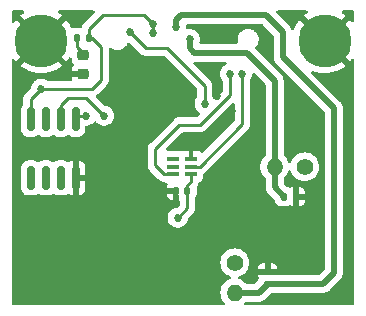
<source format=gbr>
%TF.GenerationSoftware,KiCad,Pcbnew,(6.0.0-0)*%
%TF.CreationDate,2022-03-07T03:13:55-05:00*%
%TF.ProjectId,color,636f6c6f-722e-46b6-9963-61645f706362,rev?*%
%TF.SameCoordinates,Original*%
%TF.FileFunction,Copper,L1,Top*%
%TF.FilePolarity,Positive*%
%FSLAX46Y46*%
G04 Gerber Fmt 4.6, Leading zero omitted, Abs format (unit mm)*
G04 Created by KiCad (PCBNEW (6.0.0-0)) date 2022-03-07 03:13:55*
%MOMM*%
%LPD*%
G01*
G04 APERTURE LIST*
G04 Aperture macros list*
%AMRoundRect*
0 Rectangle with rounded corners*
0 $1 Rounding radius*
0 $2 $3 $4 $5 $6 $7 $8 $9 X,Y pos of 4 corners*
0 Add a 4 corners polygon primitive as box body*
4,1,4,$2,$3,$4,$5,$6,$7,$8,$9,$2,$3,0*
0 Add four circle primitives for the rounded corners*
1,1,$1+$1,$2,$3*
1,1,$1+$1,$4,$5*
1,1,$1+$1,$6,$7*
1,1,$1+$1,$8,$9*
0 Add four rect primitives between the rounded corners*
20,1,$1+$1,$2,$3,$4,$5,0*
20,1,$1+$1,$4,$5,$6,$7,0*
20,1,$1+$1,$6,$7,$8,$9,0*
20,1,$1+$1,$8,$9,$2,$3,0*%
G04 Aperture macros list end*
%TA.AperFunction,ComponentPad*%
%ADD10C,4.500000*%
%TD*%
%TA.AperFunction,SMDPad,CuDef*%
%ADD11RoundRect,0.135000X0.135000X0.185000X-0.135000X0.185000X-0.135000X-0.185000X0.135000X-0.185000X0*%
%TD*%
%TA.AperFunction,ComponentPad*%
%ADD12C,1.400000*%
%TD*%
%TA.AperFunction,ComponentPad*%
%ADD13O,1.400000X1.400000*%
%TD*%
%TA.AperFunction,SMDPad,CuDef*%
%ADD14R,1.000000X0.400000*%
%TD*%
%TA.AperFunction,SMDPad,CuDef*%
%ADD15RoundRect,0.140000X0.140000X0.170000X-0.140000X0.170000X-0.140000X-0.170000X0.140000X-0.170000X0*%
%TD*%
%TA.AperFunction,SMDPad,CuDef*%
%ADD16RoundRect,0.135000X0.185000X-0.135000X0.185000X0.135000X-0.185000X0.135000X-0.185000X-0.135000X0*%
%TD*%
%TA.AperFunction,SMDPad,CuDef*%
%ADD17RoundRect,0.150000X0.150000X-0.825000X0.150000X0.825000X-0.150000X0.825000X-0.150000X-0.825000X0*%
%TD*%
%TA.AperFunction,SMDPad,CuDef*%
%ADD18RoundRect,0.135000X-0.135000X-0.185000X0.135000X-0.185000X0.135000X0.185000X-0.135000X0.185000X0*%
%TD*%
%TA.AperFunction,SMDPad,CuDef*%
%ADD19RoundRect,0.218750X-0.256250X0.218750X-0.256250X-0.218750X0.256250X-0.218750X0.256250X0.218750X0*%
%TD*%
%TA.AperFunction,ViaPad*%
%ADD20C,0.685800*%
%TD*%
%TA.AperFunction,Conductor*%
%ADD21C,0.508000*%
%TD*%
%TA.AperFunction,Conductor*%
%ADD22C,0.254000*%
%TD*%
G04 APERTURE END LIST*
D10*
%TO.P,H1,1,1*%
%TO.N,GND*%
X95000000Y-64000000D03*
%TD*%
%TO.P,H2,1,1*%
%TO.N,GND*%
X119000000Y-64000000D03*
%TD*%
D11*
%TO.P,R5,1*%
%TO.N,/3V3*%
X99062000Y-63754000D03*
%TO.P,R5,2*%
%TO.N,Net-(D1-Pad2)*%
X98042000Y-63754000D03*
%TD*%
D12*
%TO.P,R1,1*%
%TO.N,/5V*%
X111379000Y-82804000D03*
D13*
%TO.P,R1,2*%
%TO.N,/A1*%
X111379000Y-85344000D03*
%TD*%
D14*
%TO.P,U2,1,VDD*%
%TO.N,/3V3*%
X107684000Y-75326000D03*
%TO.P,U2,2,SCL*%
%TO.N,/SCL*%
X107684000Y-74676000D03*
%TO.P,U2,3,GND*%
%TO.N,GND*%
X107684000Y-74026000D03*
%TO.P,U2,4*%
%TO.N,N/C*%
X106184000Y-74026000D03*
%TO.P,U2,5,INT*%
%TO.N,unconnected-(U2-Pad5)*%
X106184000Y-74676000D03*
%TO.P,U2,6,SDA*%
%TO.N,/SDA*%
X106184000Y-75326000D03*
%TD*%
D15*
%TO.P,C1,1*%
%TO.N,/3V3*%
X107386000Y-76708000D03*
%TO.P,C1,2*%
%TO.N,GND*%
X106426000Y-76708000D03*
%TD*%
D16*
%TO.P,R2,1*%
%TO.N,/A1*%
X114173000Y-84584000D03*
%TO.P,R2,2*%
%TO.N,GND*%
X114173000Y-83564000D03*
%TD*%
D17*
%TO.P,U3,1,E0*%
%TO.N,unconnected-(U3-Pad1)*%
X94107000Y-75627000D03*
%TO.P,U3,2,E1*%
%TO.N,unconnected-(U3-Pad2)*%
X95377000Y-75627000D03*
%TO.P,U3,3,E2*%
%TO.N,unconnected-(U3-Pad3)*%
X96647000Y-75627000D03*
%TO.P,U3,4,VSS*%
%TO.N,GND*%
X97917000Y-75627000D03*
%TO.P,U3,5,SDA*%
%TO.N,/SDA_EEPROM*%
X97917000Y-70677000D03*
%TO.P,U3,6,SCL*%
%TO.N,/SCL_EEPROM*%
X96647000Y-70677000D03*
%TO.P,U3,7,~{WC}*%
%TO.N,unconnected-(U3-Pad7)*%
X95377000Y-70677000D03*
%TO.P,U3,8,VCC*%
%TO.N,/3V3*%
X94107000Y-70677000D03*
%TD*%
D18*
%TO.P,R4,1*%
%TO.N,/A0*%
X115566000Y-77216000D03*
%TO.P,R4,2*%
%TO.N,GND*%
X116586000Y-77216000D03*
%TD*%
D19*
%TO.P,D1,1,K*%
%TO.N,GND*%
X98552000Y-66827500D03*
%TO.P,D1,2,A*%
%TO.N,Net-(D1-Pad2)*%
X98552000Y-65252500D03*
%TD*%
D12*
%TO.P,R3,1*%
%TO.N,/5V*%
X117298000Y-74676000D03*
D13*
%TO.P,R3,2*%
%TO.N,/A0*%
X114758000Y-74676000D03*
%TD*%
D20*
%TO.N,GND*%
X96012000Y-73152000D03*
X113538000Y-72009000D03*
X118364000Y-80391000D03*
X115189000Y-80391000D03*
X107950000Y-82804000D03*
X111252000Y-73914000D03*
X104013000Y-66675000D03*
X116459000Y-68961000D03*
X109855000Y-68707000D03*
X104013000Y-67564000D03*
X111125000Y-69977000D03*
X97282000Y-73152000D03*
X94742000Y-73152000D03*
X109220000Y-72263000D03*
X118237000Y-70104000D03*
X118364000Y-77597000D03*
X104013000Y-65786000D03*
%TO.N,/3V3*%
X106553000Y-78994000D03*
X104496500Y-63397500D03*
X104496500Y-62635500D03*
X94996000Y-68072000D03*
%TO.N,/SDA_EEPROM*%
X98806000Y-70358000D03*
%TO.N,/SDA*%
X110998000Y-66802000D03*
%TO.N,/SCL*%
X112014000Y-66802000D03*
%TO.N,/SCL_EEPROM*%
X100330000Y-70358000D03*
%TO.N,/5V*%
X108839000Y-69342000D03*
X102489000Y-63296800D03*
%TO.N,/A0*%
X107569000Y-63881000D03*
%TO.N,/A1*%
X106426000Y-62865000D03*
%TD*%
D21*
%TO.N,/A1*%
X106426000Y-62865000D02*
X106426000Y-62230000D01*
X113413000Y-85344000D02*
X111379000Y-85344000D01*
X106426000Y-62230000D02*
X106807000Y-61849000D01*
X106807000Y-61849000D02*
X114046000Y-61849000D01*
X114046000Y-61849000D02*
X115443000Y-63246000D01*
X115443000Y-63246000D02*
X115443000Y-65405000D01*
X115443000Y-65405000D02*
X119761000Y-69723000D01*
X119761000Y-69723000D02*
X119761000Y-83693000D01*
X119761000Y-83693000D02*
X118872000Y-84582000D01*
X118872000Y-84582000D02*
X114175000Y-84582000D01*
X114175000Y-84582000D02*
X113413000Y-85344000D01*
D22*
%TO.N,Net-(D1-Pad2)*%
X98042000Y-64514000D02*
X98042000Y-63754000D01*
X98552000Y-65024000D02*
X98042000Y-64514000D01*
X98552000Y-65252500D02*
X98552000Y-65024000D01*
%TO.N,/3V3*%
X99314000Y-68072000D02*
X94996000Y-68072000D01*
X107386000Y-76256000D02*
X107696000Y-75946000D01*
X104496500Y-62635500D02*
X103684600Y-61823600D01*
X107386000Y-76708000D02*
X107386000Y-76256000D01*
X94107000Y-68961000D02*
X94107000Y-70677000D01*
X100076000Y-67310000D02*
X99314000Y-68072000D01*
X99062000Y-62990000D02*
X99062000Y-63754000D01*
X100076000Y-64516000D02*
X100076000Y-67310000D01*
X103684600Y-61823600D02*
X100228400Y-61823600D01*
X99314000Y-63754000D02*
X100076000Y-64516000D01*
X104496500Y-63397500D02*
X104496500Y-62635500D01*
X99062000Y-63754000D02*
X99314000Y-63754000D01*
X107696000Y-75946000D02*
X107684000Y-75934000D01*
X107386000Y-78161000D02*
X106553000Y-78994000D01*
X94996000Y-68072000D02*
X94107000Y-68961000D01*
X107386000Y-76708000D02*
X107386000Y-78161000D01*
X100228400Y-61823600D02*
X99062000Y-62990000D01*
X107684000Y-75934000D02*
X107684000Y-75326000D01*
%TO.N,/SDA_EEPROM*%
X98806000Y-70358000D02*
X98236000Y-70358000D01*
X98236000Y-70358000D02*
X97917000Y-70677000D01*
%TO.N,/SDA*%
X104648000Y-73152000D02*
X106680000Y-71120000D01*
X106184000Y-75326000D02*
X105430000Y-75326000D01*
X104648000Y-74544000D02*
X104648000Y-73152000D01*
X106680000Y-71120000D02*
X106934000Y-71120000D01*
X110998000Y-68580000D02*
X110998000Y-66802000D01*
X106934000Y-71120000D02*
X108458000Y-71120000D01*
X105430000Y-75326000D02*
X104648000Y-74544000D01*
X108458000Y-71120000D02*
X110998000Y-68580000D01*
%TO.N,/SCL*%
X107684000Y-74676000D02*
X108438000Y-74676000D01*
X112014000Y-71100000D02*
X112014000Y-66802000D01*
X108438000Y-74676000D02*
X112014000Y-71100000D01*
%TO.N,/SCL_EEPROM*%
X97282000Y-68834000D02*
X96647000Y-69469000D01*
X100330000Y-70358000D02*
X98806000Y-68834000D01*
X96647000Y-69469000D02*
X96647000Y-70677000D01*
X98806000Y-68834000D02*
X97282000Y-68834000D01*
%TO.N,/5V*%
X103835200Y-64643000D02*
X105664000Y-64643000D01*
X108839000Y-67818000D02*
X108839000Y-69342000D01*
X102489000Y-63296800D02*
X103835200Y-64643000D01*
X105664000Y-64643000D02*
X108839000Y-67818000D01*
D21*
%TO.N,/A0*%
X112395000Y-65024000D02*
X114758000Y-67387000D01*
X107569000Y-63881000D02*
X107569000Y-64643000D01*
X107569000Y-64643000D02*
X107950000Y-65024000D01*
X114758000Y-74676000D02*
X114758000Y-76408000D01*
X114758000Y-76408000D02*
X115566000Y-77216000D01*
X107950000Y-65024000D02*
X112395000Y-65024000D01*
X114758000Y-67387000D02*
X114758000Y-74676000D01*
%TD*%
%TA.AperFunction,Conductor*%
%TO.N,GND*%
G36*
X93508556Y-61466002D02*
G01*
X93555049Y-61519658D01*
X93565153Y-61589932D01*
X93535659Y-61654512D01*
X93504858Y-61680285D01*
X93450196Y-61712805D01*
X93443945Y-61717053D01*
X93250733Y-61866115D01*
X93242267Y-61877773D01*
X93248871Y-61889661D01*
X94987188Y-63627978D01*
X95001132Y-63635592D01*
X95002965Y-63635461D01*
X95009580Y-63631210D01*
X96750162Y-61890628D01*
X96757174Y-61877787D01*
X96749379Y-61867098D01*
X96579886Y-61733481D01*
X96573663Y-61729156D01*
X96492326Y-61679605D01*
X96444557Y-61627082D01*
X96432767Y-61557071D01*
X96460699Y-61491800D01*
X96519485Y-61451992D01*
X96557879Y-61446000D01*
X99403077Y-61446000D01*
X99471198Y-61466002D01*
X99517691Y-61519658D01*
X99527795Y-61589932D01*
X99498301Y-61654512D01*
X99492172Y-61661095D01*
X98668517Y-62484750D01*
X98660191Y-62492326D01*
X98653697Y-62496447D01*
X98648274Y-62502222D01*
X98606915Y-62546265D01*
X98604160Y-62549107D01*
X98584361Y-62568906D01*
X98581937Y-62572031D01*
X98581929Y-62572040D01*
X98581863Y-62572126D01*
X98574155Y-62581151D01*
X98543783Y-62613494D01*
X98539965Y-62620438D01*
X98539964Y-62620440D01*
X98533978Y-62631329D01*
X98523127Y-62647847D01*
X98510650Y-62663933D01*
X98493024Y-62704666D01*
X98487807Y-62715314D01*
X98466431Y-62754197D01*
X98464460Y-62761872D01*
X98464458Y-62761878D01*
X98461369Y-62773911D01*
X98454966Y-62792613D01*
X98446883Y-62811292D01*
X98445644Y-62819114D01*
X98445643Y-62819118D01*
X98444104Y-62828838D01*
X98413692Y-62892991D01*
X98353425Y-62930518D01*
X98291191Y-62930161D01*
X98290979Y-62931323D01*
X98284643Y-62930165D01*
X98278466Y-62928371D01*
X98272059Y-62927867D01*
X98272055Y-62927866D01*
X98244444Y-62925693D01*
X98244438Y-62925693D01*
X98241989Y-62925500D01*
X98042122Y-62925500D01*
X97842012Y-62925501D01*
X97805534Y-62928371D01*
X97752806Y-62943690D01*
X97677727Y-62965502D01*
X97606730Y-62965299D01*
X97547114Y-62926745D01*
X97527602Y-62896055D01*
X97450172Y-62723363D01*
X97446655Y-62716636D01*
X97279054Y-62438252D01*
X97274757Y-62431999D01*
X97133617Y-62251022D01*
X97121823Y-62242551D01*
X97110113Y-62249097D01*
X95372022Y-63987188D01*
X95364408Y-64001132D01*
X95364539Y-64002965D01*
X95368790Y-64009580D01*
X97108825Y-65749615D01*
X97121948Y-65756781D01*
X97132250Y-65749391D01*
X97241429Y-65615285D01*
X97245842Y-65609144D01*
X97336608Y-65465287D01*
X97389874Y-65418349D01*
X97460062Y-65407659D01*
X97524886Y-65436613D01*
X97563766Y-65496018D01*
X97567934Y-65519631D01*
X97568500Y-65519572D01*
X97579022Y-65620982D01*
X97632692Y-65781849D01*
X97721929Y-65926055D01*
X97746906Y-65950988D01*
X97747159Y-65951241D01*
X97781238Y-66013523D01*
X97776235Y-66084343D01*
X97747314Y-66129432D01*
X97726702Y-66150080D01*
X97717690Y-66161491D01*
X97636447Y-66293291D01*
X97630303Y-66306468D01*
X97581421Y-66453843D01*
X97578555Y-66467210D01*
X97569386Y-66556700D01*
X97573475Y-66570624D01*
X97574865Y-66571829D01*
X97582548Y-66573500D01*
X98680000Y-66573500D01*
X98748121Y-66593502D01*
X98794614Y-66647158D01*
X98806000Y-66699500D01*
X98806000Y-66955500D01*
X98785998Y-67023621D01*
X98732342Y-67070114D01*
X98680000Y-67081500D01*
X97587115Y-67081500D01*
X97571876Y-67085975D01*
X97570671Y-67087365D01*
X97569158Y-67094321D01*
X97569337Y-67097782D01*
X97578804Y-67189021D01*
X97581697Y-67202417D01*
X97604453Y-67270624D01*
X97607037Y-67341573D01*
X97570854Y-67402657D01*
X97507390Y-67434482D01*
X97484929Y-67436500D01*
X95610738Y-67436500D01*
X95542617Y-67416498D01*
X95536677Y-67412436D01*
X95429387Y-67334485D01*
X95429386Y-67334484D01*
X95424045Y-67330604D01*
X95418017Y-67327920D01*
X95418015Y-67327919D01*
X95266577Y-67260495D01*
X95266576Y-67260495D01*
X95260546Y-67257810D01*
X95160638Y-67236574D01*
X95091943Y-67221972D01*
X95091939Y-67221972D01*
X95085486Y-67220600D01*
X94906514Y-67220600D01*
X94900061Y-67221972D01*
X94900057Y-67221972D01*
X94831362Y-67236574D01*
X94731454Y-67257810D01*
X94725424Y-67260495D01*
X94725423Y-67260495D01*
X94573985Y-67327919D01*
X94573983Y-67327920D01*
X94567955Y-67330604D01*
X94562614Y-67334484D01*
X94562613Y-67334485D01*
X94445200Y-67419791D01*
X94423164Y-67435801D01*
X94418743Y-67440711D01*
X94418742Y-67440712D01*
X94368981Y-67495978D01*
X94303409Y-67568803D01*
X94213923Y-67723797D01*
X94201463Y-67762144D01*
X94161494Y-67885159D01*
X94158618Y-67894009D01*
X94157928Y-67900572D01*
X94157928Y-67900573D01*
X94149582Y-67979976D01*
X94122568Y-68045633D01*
X94113367Y-68055900D01*
X93713517Y-68455750D01*
X93705191Y-68463326D01*
X93698697Y-68467447D01*
X93693274Y-68473222D01*
X93651915Y-68517265D01*
X93649160Y-68520107D01*
X93629361Y-68539906D01*
X93626937Y-68543031D01*
X93626929Y-68543040D01*
X93626863Y-68543126D01*
X93619155Y-68552151D01*
X93588783Y-68584494D01*
X93584965Y-68591438D01*
X93584964Y-68591440D01*
X93578978Y-68602329D01*
X93568127Y-68618847D01*
X93555650Y-68634933D01*
X93538024Y-68675666D01*
X93532807Y-68686314D01*
X93511431Y-68725197D01*
X93509460Y-68732872D01*
X93509458Y-68732878D01*
X93506369Y-68744911D01*
X93499966Y-68763613D01*
X93491883Y-68782292D01*
X93490644Y-68790117D01*
X93484940Y-68826127D01*
X93482535Y-68837740D01*
X93471500Y-68880718D01*
X93471500Y-68901065D01*
X93469949Y-68920776D01*
X93466765Y-68940879D01*
X93467511Y-68948771D01*
X93470941Y-68985056D01*
X93471500Y-68996914D01*
X93471500Y-69354050D01*
X93451498Y-69422171D01*
X93442702Y-69433085D01*
X93443011Y-69433325D01*
X93438155Y-69439585D01*
X93432547Y-69445193D01*
X93428511Y-69452017D01*
X93428509Y-69452020D01*
X93392193Y-69513427D01*
X93347855Y-69588399D01*
X93301438Y-69748169D01*
X93300934Y-69754574D01*
X93300933Y-69754579D01*
X93298693Y-69783042D01*
X93298500Y-69785498D01*
X93298500Y-71568502D01*
X93298693Y-71570950D01*
X93298693Y-71570958D01*
X93300899Y-71598977D01*
X93301438Y-71605831D01*
X93322016Y-71676660D01*
X93345490Y-71757459D01*
X93347855Y-71765601D01*
X93351892Y-71772427D01*
X93428509Y-71901980D01*
X93428511Y-71901983D01*
X93432547Y-71908807D01*
X93550193Y-72026453D01*
X93557017Y-72030489D01*
X93557020Y-72030491D01*
X93664589Y-72094107D01*
X93693399Y-72111145D01*
X93701010Y-72113356D01*
X93701012Y-72113357D01*
X93753231Y-72128528D01*
X93853169Y-72157562D01*
X93859574Y-72158066D01*
X93859579Y-72158067D01*
X93888042Y-72160307D01*
X93888050Y-72160307D01*
X93890498Y-72160500D01*
X94323502Y-72160500D01*
X94325950Y-72160307D01*
X94325958Y-72160307D01*
X94354421Y-72158067D01*
X94354426Y-72158066D01*
X94360831Y-72157562D01*
X94460769Y-72128528D01*
X94512988Y-72113357D01*
X94512990Y-72113356D01*
X94520601Y-72111145D01*
X94663807Y-72026453D01*
X94666489Y-72023771D01*
X94730861Y-71998498D01*
X94800484Y-72012400D01*
X94816312Y-72022572D01*
X94820193Y-72026453D01*
X94963399Y-72111145D01*
X94971010Y-72113356D01*
X94971012Y-72113357D01*
X95023231Y-72128528D01*
X95123169Y-72157562D01*
X95129574Y-72158066D01*
X95129579Y-72158067D01*
X95158042Y-72160307D01*
X95158050Y-72160307D01*
X95160498Y-72160500D01*
X95593502Y-72160500D01*
X95595950Y-72160307D01*
X95595958Y-72160307D01*
X95624421Y-72158067D01*
X95624426Y-72158066D01*
X95630831Y-72157562D01*
X95730769Y-72128528D01*
X95782988Y-72113357D01*
X95782990Y-72113356D01*
X95790601Y-72111145D01*
X95933807Y-72026453D01*
X95936489Y-72023771D01*
X96000861Y-71998498D01*
X96070484Y-72012400D01*
X96086312Y-72022572D01*
X96090193Y-72026453D01*
X96233399Y-72111145D01*
X96241010Y-72113356D01*
X96241012Y-72113357D01*
X96293231Y-72128528D01*
X96393169Y-72157562D01*
X96399574Y-72158066D01*
X96399579Y-72158067D01*
X96428042Y-72160307D01*
X96428050Y-72160307D01*
X96430498Y-72160500D01*
X96863502Y-72160500D01*
X96865950Y-72160307D01*
X96865958Y-72160307D01*
X96894421Y-72158067D01*
X96894426Y-72158066D01*
X96900831Y-72157562D01*
X97000769Y-72128528D01*
X97052988Y-72113357D01*
X97052990Y-72113356D01*
X97060601Y-72111145D01*
X97203807Y-72026453D01*
X97206489Y-72023771D01*
X97270861Y-71998498D01*
X97340484Y-72012400D01*
X97356312Y-72022572D01*
X97360193Y-72026453D01*
X97503399Y-72111145D01*
X97511010Y-72113356D01*
X97511012Y-72113357D01*
X97563231Y-72128528D01*
X97663169Y-72157562D01*
X97669574Y-72158066D01*
X97669579Y-72158067D01*
X97698042Y-72160307D01*
X97698050Y-72160307D01*
X97700498Y-72160500D01*
X98133502Y-72160500D01*
X98135950Y-72160307D01*
X98135958Y-72160307D01*
X98164421Y-72158067D01*
X98164426Y-72158066D01*
X98170831Y-72157562D01*
X98270769Y-72128528D01*
X98322988Y-72113357D01*
X98322990Y-72113356D01*
X98330601Y-72111145D01*
X98359411Y-72094107D01*
X98466980Y-72030491D01*
X98466983Y-72030489D01*
X98473807Y-72026453D01*
X98591453Y-71908807D01*
X98595489Y-71901983D01*
X98595491Y-71901980D01*
X98672108Y-71772427D01*
X98676145Y-71765601D01*
X98678511Y-71757459D01*
X98701984Y-71676660D01*
X98722562Y-71605831D01*
X98723102Y-71598977D01*
X98725307Y-71570958D01*
X98725307Y-71570950D01*
X98725500Y-71568502D01*
X98725500Y-71335400D01*
X98745502Y-71267279D01*
X98799158Y-71220786D01*
X98851500Y-71209400D01*
X98895486Y-71209400D01*
X98901939Y-71208028D01*
X98901943Y-71208028D01*
X98996372Y-71187956D01*
X99070546Y-71172190D01*
X99076577Y-71169505D01*
X99228015Y-71102081D01*
X99228017Y-71102080D01*
X99234045Y-71099396D01*
X99266324Y-71075944D01*
X99373492Y-70998082D01*
X99373494Y-70998080D01*
X99378836Y-70994199D01*
X99474364Y-70888104D01*
X99534810Y-70850864D01*
X99605793Y-70852216D01*
X99661636Y-70888104D01*
X99757164Y-70994199D01*
X99762506Y-70998080D01*
X99762508Y-70998082D01*
X99869676Y-71075944D01*
X99901955Y-71099396D01*
X99907983Y-71102080D01*
X99907985Y-71102081D01*
X100059423Y-71169505D01*
X100065454Y-71172190D01*
X100139628Y-71187956D01*
X100234057Y-71208028D01*
X100234061Y-71208028D01*
X100240514Y-71209400D01*
X100419486Y-71209400D01*
X100425939Y-71208028D01*
X100425943Y-71208028D01*
X100520372Y-71187956D01*
X100594546Y-71172190D01*
X100600577Y-71169505D01*
X100752015Y-71102081D01*
X100752017Y-71102080D01*
X100758045Y-71099396D01*
X100790324Y-71075944D01*
X100897492Y-70998082D01*
X100897494Y-70998080D01*
X100902836Y-70994199D01*
X101022591Y-70861197D01*
X101112077Y-70706203D01*
X101160010Y-70558681D01*
X101165342Y-70542270D01*
X101165342Y-70542269D01*
X101167382Y-70535991D01*
X101171609Y-70495780D01*
X101185400Y-70364565D01*
X101186090Y-70358000D01*
X101185400Y-70351435D01*
X101168072Y-70186573D01*
X101168072Y-70186572D01*
X101167382Y-70180009D01*
X101151367Y-70130718D01*
X101114119Y-70016082D01*
X101112077Y-70009797D01*
X101090999Y-69973288D01*
X101025892Y-69860521D01*
X101022591Y-69854803D01*
X100957978Y-69783042D01*
X100907258Y-69726712D01*
X100907257Y-69726711D01*
X100902836Y-69721801D01*
X100867223Y-69695926D01*
X100763387Y-69620485D01*
X100763386Y-69620484D01*
X100758045Y-69616604D01*
X100752017Y-69613920D01*
X100752015Y-69613919D01*
X100600577Y-69546495D01*
X100600576Y-69546495D01*
X100594546Y-69543810D01*
X100419486Y-69506600D01*
X100416347Y-69506600D01*
X100351878Y-69480079D01*
X100341607Y-69470874D01*
X99659507Y-68788774D01*
X99625481Y-68726462D01*
X99630546Y-68655647D01*
X99673093Y-68598811D01*
X99684460Y-68591227D01*
X99699771Y-68582172D01*
X99699774Y-68582170D01*
X99706598Y-68578134D01*
X99720982Y-68563750D01*
X99736016Y-68550909D01*
X99746073Y-68543602D01*
X99752487Y-68538942D01*
X99780773Y-68504750D01*
X99788763Y-68495969D01*
X100469488Y-67815245D01*
X100477807Y-67807675D01*
X100484303Y-67803553D01*
X100531086Y-67753734D01*
X100533840Y-67750893D01*
X100553639Y-67731094D01*
X100556063Y-67727969D01*
X100556071Y-67727960D01*
X100556137Y-67727874D01*
X100563845Y-67718849D01*
X100588790Y-67692285D01*
X100594217Y-67686506D01*
X100604023Y-67668669D01*
X100614873Y-67652153D01*
X100627350Y-67636067D01*
X100644976Y-67595334D01*
X100650193Y-67584686D01*
X100667749Y-67552751D01*
X100671569Y-67545803D01*
X100673540Y-67538128D01*
X100673542Y-67538122D01*
X100676631Y-67526089D01*
X100683034Y-67507387D01*
X100691117Y-67488708D01*
X100698060Y-67444873D01*
X100700467Y-67433251D01*
X100700729Y-67432232D01*
X100711500Y-67390282D01*
X100711500Y-67369935D01*
X100713051Y-67350224D01*
X100714995Y-67337950D01*
X100716235Y-67330121D01*
X100712059Y-67285944D01*
X100711500Y-67274086D01*
X100711500Y-64690687D01*
X100731502Y-64622566D01*
X100785158Y-64576073D01*
X100855432Y-64565969D01*
X100921810Y-64597051D01*
X100945463Y-64618348D01*
X100945467Y-64618351D01*
X100950376Y-64622771D01*
X100956097Y-64626074D01*
X101089062Y-64702841D01*
X101112124Y-64716156D01*
X101118410Y-64718198D01*
X101118409Y-64718198D01*
X101283474Y-64771831D01*
X101283475Y-64771831D01*
X101289753Y-64773871D01*
X101296316Y-64774561D01*
X101296317Y-64774561D01*
X101319097Y-64776955D01*
X101428937Y-64788500D01*
X101522063Y-64788500D01*
X101631903Y-64776955D01*
X101654683Y-64774561D01*
X101654684Y-64774561D01*
X101661247Y-64773871D01*
X101667525Y-64771831D01*
X101667526Y-64771831D01*
X101832591Y-64718198D01*
X101832590Y-64718198D01*
X101838876Y-64716156D01*
X101861939Y-64702841D01*
X101994903Y-64626074D01*
X102000624Y-64622771D01*
X102007913Y-64616208D01*
X102134518Y-64502212D01*
X102134519Y-64502210D01*
X102139421Y-64497797D01*
X102171446Y-64453719D01*
X102245321Y-64352039D01*
X102245322Y-64352038D01*
X102249202Y-64346697D01*
X102287087Y-64261607D01*
X102295078Y-64243658D01*
X102341058Y-64189562D01*
X102408986Y-64168913D01*
X102477294Y-64188265D01*
X102499280Y-64205812D01*
X103329945Y-65036477D01*
X103337522Y-65044803D01*
X103341647Y-65051303D01*
X103347425Y-65056729D01*
X103347426Y-65056730D01*
X103391481Y-65098100D01*
X103394323Y-65100855D01*
X103414106Y-65120638D01*
X103417314Y-65123126D01*
X103426343Y-65130837D01*
X103458694Y-65161217D01*
X103465643Y-65165037D01*
X103476529Y-65171022D01*
X103493053Y-65181876D01*
X103509133Y-65194349D01*
X103516410Y-65197498D01*
X103549850Y-65211969D01*
X103560511Y-65217192D01*
X103592447Y-65234749D01*
X103592452Y-65234751D01*
X103599397Y-65238569D01*
X103607071Y-65240539D01*
X103607078Y-65240542D01*
X103619113Y-65243632D01*
X103637818Y-65250036D01*
X103649213Y-65254967D01*
X103656492Y-65258117D01*
X103683542Y-65262401D01*
X103700327Y-65265060D01*
X103711940Y-65267465D01*
X103754918Y-65278500D01*
X103775265Y-65278500D01*
X103794977Y-65280051D01*
X103815079Y-65283235D01*
X103822971Y-65282489D01*
X103859256Y-65279059D01*
X103871114Y-65278500D01*
X105348578Y-65278500D01*
X105416699Y-65298502D01*
X105437673Y-65315405D01*
X108166595Y-68044328D01*
X108200621Y-68106640D01*
X108203500Y-68133423D01*
X108203500Y-68727031D01*
X108183498Y-68795152D01*
X108171142Y-68811335D01*
X108146409Y-68838803D01*
X108143108Y-68844521D01*
X108061970Y-68985056D01*
X108056923Y-68993797D01*
X108045775Y-69028107D01*
X108024855Y-69092494D01*
X108001618Y-69164009D01*
X108000928Y-69170572D01*
X108000928Y-69170573D01*
X107993563Y-69240643D01*
X107982910Y-69342000D01*
X107983600Y-69348565D01*
X108000211Y-69506600D01*
X108001618Y-69519991D01*
X108056923Y-69690203D01*
X108060226Y-69695925D01*
X108060227Y-69695926D01*
X108086823Y-69741992D01*
X108146409Y-69845197D01*
X108266164Y-69978199D01*
X108398707Y-70074497D01*
X108442060Y-70130718D01*
X108448135Y-70201454D01*
X108413740Y-70265527D01*
X108231672Y-70447595D01*
X108169360Y-70481621D01*
X108142577Y-70484500D01*
X106759032Y-70484500D01*
X106747793Y-70483970D01*
X106740281Y-70482291D01*
X106732356Y-70482540D01*
X106732355Y-70482540D01*
X106671970Y-70484438D01*
X106668012Y-70484500D01*
X106640017Y-70484500D01*
X106636083Y-70484997D01*
X106636081Y-70484997D01*
X106635994Y-70485008D01*
X106624160Y-70485940D01*
X106579795Y-70487335D01*
X106572182Y-70489547D01*
X106572181Y-70489547D01*
X106560252Y-70493013D01*
X106540888Y-70497023D01*
X106528560Y-70498580D01*
X106528558Y-70498580D01*
X106520701Y-70499573D01*
X106513337Y-70502489D01*
X106513332Y-70502490D01*
X106479444Y-70515907D01*
X106468215Y-70519752D01*
X106451535Y-70524598D01*
X106425607Y-70532131D01*
X106418780Y-70536169D01*
X106418777Y-70536170D01*
X106408094Y-70542488D01*
X106390336Y-70551188D01*
X106378785Y-70555761D01*
X106378779Y-70555765D01*
X106371412Y-70558681D01*
X106365001Y-70563339D01*
X106364999Y-70563340D01*
X106335512Y-70584764D01*
X106325590Y-70591281D01*
X106294232Y-70609826D01*
X106294228Y-70609829D01*
X106287402Y-70613866D01*
X106273018Y-70628250D01*
X106257984Y-70641091D01*
X106241513Y-70653058D01*
X106236460Y-70659166D01*
X106213223Y-70687255D01*
X106205233Y-70696035D01*
X104254517Y-72646750D01*
X104246191Y-72654326D01*
X104239697Y-72658447D01*
X104234274Y-72664222D01*
X104192915Y-72708265D01*
X104190160Y-72711107D01*
X104170361Y-72730906D01*
X104167937Y-72734031D01*
X104167929Y-72734040D01*
X104167863Y-72734126D01*
X104160155Y-72743151D01*
X104129783Y-72775494D01*
X104125965Y-72782438D01*
X104125964Y-72782440D01*
X104119978Y-72793329D01*
X104109127Y-72809847D01*
X104096650Y-72825933D01*
X104079024Y-72866666D01*
X104073807Y-72877314D01*
X104052431Y-72916197D01*
X104050460Y-72923872D01*
X104050458Y-72923878D01*
X104047369Y-72935911D01*
X104040966Y-72954613D01*
X104032883Y-72973292D01*
X104031644Y-72981117D01*
X104025940Y-73017127D01*
X104023535Y-73028740D01*
X104012500Y-73071718D01*
X104012500Y-73092065D01*
X104010949Y-73111776D01*
X104007765Y-73131879D01*
X104008511Y-73139771D01*
X104011941Y-73176056D01*
X104012500Y-73187914D01*
X104012500Y-74464980D01*
X104011970Y-74476214D01*
X104010292Y-74483719D01*
X104010541Y-74491638D01*
X104012438Y-74552012D01*
X104012500Y-74555969D01*
X104012500Y-74583983D01*
X104012996Y-74587908D01*
X104012996Y-74587909D01*
X104013008Y-74588004D01*
X104013941Y-74599849D01*
X104015335Y-74644205D01*
X104017547Y-74651817D01*
X104021013Y-74663748D01*
X104025023Y-74683112D01*
X104027573Y-74703299D01*
X104030489Y-74710663D01*
X104030490Y-74710668D01*
X104043907Y-74744556D01*
X104047752Y-74755785D01*
X104060131Y-74798393D01*
X104064169Y-74805220D01*
X104064170Y-74805223D01*
X104070488Y-74815906D01*
X104079188Y-74833664D01*
X104083761Y-74845215D01*
X104083765Y-74845221D01*
X104086681Y-74852588D01*
X104091339Y-74858999D01*
X104091340Y-74859001D01*
X104112764Y-74888488D01*
X104119281Y-74898410D01*
X104137826Y-74929768D01*
X104137829Y-74929772D01*
X104141866Y-74936598D01*
X104156250Y-74950982D01*
X104169091Y-74966016D01*
X104181058Y-74982487D01*
X104201228Y-74999173D01*
X104215250Y-75010773D01*
X104224031Y-75018763D01*
X104924755Y-75719488D01*
X104932325Y-75727807D01*
X104936447Y-75734303D01*
X104984994Y-75779891D01*
X104986265Y-75781085D01*
X104989107Y-75783840D01*
X105008906Y-75803639D01*
X105012031Y-75806063D01*
X105012040Y-75806071D01*
X105012126Y-75806137D01*
X105021151Y-75813845D01*
X105053494Y-75844217D01*
X105060438Y-75848035D01*
X105060440Y-75848036D01*
X105071329Y-75854022D01*
X105087847Y-75864873D01*
X105103933Y-75877350D01*
X105144666Y-75894976D01*
X105155314Y-75900193D01*
X105194197Y-75921569D01*
X105201872Y-75923540D01*
X105201878Y-75923542D01*
X105213911Y-75926631D01*
X105232613Y-75933034D01*
X105251292Y-75941117D01*
X105285128Y-75946476D01*
X105295127Y-75948060D01*
X105306740Y-75950465D01*
X105349718Y-75961500D01*
X105370065Y-75961500D01*
X105389776Y-75963051D01*
X105403900Y-75965288D01*
X105437270Y-75976682D01*
X105437295Y-75976615D01*
X105573684Y-76027745D01*
X105581536Y-76028598D01*
X105581540Y-76028599D01*
X105616774Y-76032426D01*
X105624784Y-76033296D01*
X105690346Y-76060538D01*
X105730773Y-76118900D01*
X105733229Y-76189854D01*
X105719631Y-76222698D01*
X105690604Y-76271780D01*
X105684357Y-76286216D01*
X105642688Y-76429641D01*
X105641232Y-76437609D01*
X105644052Y-76451031D01*
X105655513Y-76454000D01*
X106471500Y-76454000D01*
X106539621Y-76474002D01*
X106586114Y-76527658D01*
X106597500Y-76580000D01*
X106597500Y-76943484D01*
X106597693Y-76945932D01*
X106597693Y-76945940D01*
X106599468Y-76968484D01*
X106600394Y-76980254D01*
X106629084Y-77079005D01*
X106638178Y-77110307D01*
X106646106Y-77137597D01*
X106650141Y-77144419D01*
X106650141Y-77144420D01*
X106662454Y-77165240D01*
X106680000Y-77229379D01*
X106680000Y-77501558D01*
X106684475Y-77516797D01*
X106707013Y-77536327D01*
X106745396Y-77596053D01*
X106750500Y-77631551D01*
X106750500Y-77845577D01*
X106730498Y-77913698D01*
X106713595Y-77934673D01*
X106541392Y-78106875D01*
X106479080Y-78140900D01*
X106468506Y-78142600D01*
X106463514Y-78142600D01*
X106457060Y-78143972D01*
X106457058Y-78143972D01*
X106399536Y-78156199D01*
X106288454Y-78179810D01*
X106282424Y-78182495D01*
X106282423Y-78182495D01*
X106130985Y-78249919D01*
X106130983Y-78249920D01*
X106124955Y-78252604D01*
X106119614Y-78256484D01*
X106119613Y-78256485D01*
X105995061Y-78346978D01*
X105980164Y-78357801D01*
X105975743Y-78362711D01*
X105975742Y-78362712D01*
X105938791Y-78403751D01*
X105860409Y-78490803D01*
X105770923Y-78645797D01*
X105715618Y-78816009D01*
X105696910Y-78994000D01*
X105715618Y-79171991D01*
X105770923Y-79342203D01*
X105860409Y-79497197D01*
X105980164Y-79630199D01*
X106124955Y-79735396D01*
X106130983Y-79738080D01*
X106130985Y-79738081D01*
X106282423Y-79805505D01*
X106288454Y-79808190D01*
X106375984Y-79826795D01*
X106457057Y-79844028D01*
X106457061Y-79844028D01*
X106463514Y-79845400D01*
X106642486Y-79845400D01*
X106648939Y-79844028D01*
X106648943Y-79844028D01*
X106730016Y-79826795D01*
X106817546Y-79808190D01*
X106823577Y-79805505D01*
X106975015Y-79738081D01*
X106975017Y-79738080D01*
X106981045Y-79735396D01*
X107125836Y-79630199D01*
X107245591Y-79497197D01*
X107335077Y-79342203D01*
X107390382Y-79171991D01*
X107399418Y-79086024D01*
X107426432Y-79020367D01*
X107435633Y-79010100D01*
X107779483Y-78666250D01*
X107787809Y-78658674D01*
X107794303Y-78654553D01*
X107841086Y-78604734D01*
X107843840Y-78601893D01*
X107863639Y-78582094D01*
X107866063Y-78578969D01*
X107866071Y-78578960D01*
X107866137Y-78578874D01*
X107873845Y-78569849D01*
X107898790Y-78543285D01*
X107904217Y-78537506D01*
X107914023Y-78519669D01*
X107924873Y-78503153D01*
X107937350Y-78487067D01*
X107954976Y-78446334D01*
X107960193Y-78435686D01*
X107977749Y-78403751D01*
X107981569Y-78396803D01*
X107983540Y-78389128D01*
X107983542Y-78389122D01*
X107986631Y-78377089D01*
X107993034Y-78358387D01*
X108001117Y-78339708D01*
X108008060Y-78295873D01*
X108010467Y-78284251D01*
X108021500Y-78241282D01*
X108021500Y-78220935D01*
X108023051Y-78201224D01*
X108024995Y-78188950D01*
X108026235Y-78181121D01*
X108022059Y-78136944D01*
X108021500Y-78125086D01*
X108021500Y-77347205D01*
X108041281Y-77279836D01*
X108042488Y-77278629D01*
X108125894Y-77137597D01*
X108133823Y-77110307D01*
X108142916Y-77079005D01*
X108171606Y-76980254D01*
X108172533Y-76968484D01*
X108174307Y-76945940D01*
X108174307Y-76945932D01*
X108174500Y-76943484D01*
X108174500Y-76472516D01*
X108171606Y-76435746D01*
X108172158Y-76435703D01*
X108179143Y-76369359D01*
X108201144Y-76333996D01*
X108220544Y-76311991D01*
X108225787Y-76306044D01*
X108229557Y-76298645D01*
X108242263Y-76278623D01*
X108242489Y-76278332D01*
X108247349Y-76272067D01*
X108268714Y-76222698D01*
X108269731Y-76220347D01*
X108273101Y-76213186D01*
X108295084Y-76170042D01*
X108295085Y-76170041D01*
X108298682Y-76162980D01*
X108300410Y-76155247D01*
X108300413Y-76155240D01*
X108300495Y-76154872D01*
X108307819Y-76132329D01*
X108307968Y-76131985D01*
X108307968Y-76131984D01*
X108311117Y-76124708D01*
X108317021Y-76087431D01*
X108347433Y-76023279D01*
X108397239Y-75989161D01*
X108430705Y-75976615D01*
X108547261Y-75889261D01*
X108634615Y-75772705D01*
X108685745Y-75636316D01*
X108692500Y-75574134D01*
X108692500Y-75340436D01*
X108712502Y-75272315D01*
X108747962Y-75239211D01*
X108746588Y-75237319D01*
X108782488Y-75211236D01*
X108792410Y-75204719D01*
X108823768Y-75186174D01*
X108823772Y-75186171D01*
X108830598Y-75182134D01*
X108844982Y-75167750D01*
X108860016Y-75154909D01*
X108870073Y-75147602D01*
X108876487Y-75142942D01*
X108904778Y-75108744D01*
X108912767Y-75099965D01*
X112407483Y-71605250D01*
X112415809Y-71597674D01*
X112422303Y-71593553D01*
X112469086Y-71543734D01*
X112471840Y-71540893D01*
X112491639Y-71521094D01*
X112494063Y-71517969D01*
X112494071Y-71517960D01*
X112494137Y-71517874D01*
X112501845Y-71508849D01*
X112526790Y-71482285D01*
X112532217Y-71476506D01*
X112542023Y-71458669D01*
X112552873Y-71442153D01*
X112565350Y-71426067D01*
X112582976Y-71385334D01*
X112588193Y-71374686D01*
X112605749Y-71342751D01*
X112609569Y-71335803D01*
X112611540Y-71328128D01*
X112611542Y-71328122D01*
X112614631Y-71316089D01*
X112621034Y-71297387D01*
X112629117Y-71278708D01*
X112636060Y-71234873D01*
X112638467Y-71223251D01*
X112639100Y-71220786D01*
X112649500Y-71180282D01*
X112649500Y-71159935D01*
X112651051Y-71140224D01*
X112652995Y-71127950D01*
X112654235Y-71120121D01*
X112650059Y-71075944D01*
X112649500Y-71064086D01*
X112649500Y-67416969D01*
X112669502Y-67348848D01*
X112681858Y-67332665D01*
X112706591Y-67305197D01*
X112796077Y-67150203D01*
X112851382Y-66979991D01*
X112863836Y-66861503D01*
X112890850Y-66795846D01*
X112949071Y-66755217D01*
X113020016Y-66752514D01*
X113078241Y-66785579D01*
X113958595Y-67665933D01*
X113992621Y-67728245D01*
X113995500Y-67755028D01*
X113995500Y-73677233D01*
X113975498Y-73745354D01*
X113958595Y-73766328D01*
X113828699Y-73896224D01*
X113707411Y-74069442D01*
X113705090Y-74074420D01*
X113705088Y-74074423D01*
X113620367Y-74256108D01*
X113618044Y-74261090D01*
X113616622Y-74266398D01*
X113616621Y-74266400D01*
X113582111Y-74395193D01*
X113563314Y-74465345D01*
X113544884Y-74676000D01*
X113563314Y-74886655D01*
X113564738Y-74891968D01*
X113564738Y-74891970D01*
X113578200Y-74942209D01*
X113618044Y-75090910D01*
X113620366Y-75095891D01*
X113620367Y-75095892D01*
X113702635Y-75272315D01*
X113707411Y-75282558D01*
X113828699Y-75455776D01*
X113958595Y-75585672D01*
X113992621Y-75647984D01*
X113995500Y-75674767D01*
X113995500Y-76340624D01*
X113994067Y-76359574D01*
X113991876Y-76373973D01*
X113991876Y-76373979D01*
X113990776Y-76381208D01*
X113991369Y-76388500D01*
X113991369Y-76388503D01*
X113995085Y-76434183D01*
X113995500Y-76444398D01*
X113995500Y-76452525D01*
X113998811Y-76480924D01*
X113999238Y-76485244D01*
X114005191Y-76558426D01*
X114007447Y-76565388D01*
X114008643Y-76571376D01*
X114010051Y-76577333D01*
X114010899Y-76584607D01*
X114013397Y-76591489D01*
X114013398Y-76591493D01*
X114035945Y-76653607D01*
X114037355Y-76657711D01*
X114059987Y-76727575D01*
X114063787Y-76733838D01*
X114066325Y-76739380D01*
X114069067Y-76744856D01*
X114071566Y-76751741D01*
X114075581Y-76757865D01*
X114111815Y-76813132D01*
X114114130Y-76816800D01*
X114152227Y-76879581D01*
X114155941Y-76883786D01*
X114155943Y-76883789D01*
X114159667Y-76888005D01*
X114159638Y-76888031D01*
X114162238Y-76890962D01*
X114165042Y-76894316D01*
X114169054Y-76900435D01*
X114199772Y-76929534D01*
X114225586Y-76953988D01*
X114228028Y-76956366D01*
X114774145Y-77502483D01*
X114806047Y-77556424D01*
X114835731Y-77658596D01*
X114918494Y-77798541D01*
X115033459Y-77913506D01*
X115040280Y-77917540D01*
X115165797Y-77991770D01*
X115173404Y-77996269D01*
X115181015Y-77998480D01*
X115181017Y-77998481D01*
X115247858Y-78017900D01*
X115329534Y-78041629D01*
X115335941Y-78042133D01*
X115335945Y-78042134D01*
X115363556Y-78044307D01*
X115363562Y-78044307D01*
X115366011Y-78044500D01*
X115565878Y-78044500D01*
X115765988Y-78044499D01*
X115802466Y-78041629D01*
X115899270Y-78013505D01*
X115950983Y-77998481D01*
X115950985Y-77998480D01*
X115958596Y-77996269D01*
X116012353Y-77964477D01*
X116081166Y-77947018D01*
X116140630Y-77964478D01*
X116186780Y-77991771D01*
X116201217Y-77998019D01*
X116314605Y-78030961D01*
X116328705Y-78030921D01*
X116332000Y-78023651D01*
X116332000Y-78017900D01*
X116840000Y-78017900D01*
X116843973Y-78031431D01*
X116851871Y-78032566D01*
X116970783Y-77998019D01*
X116985222Y-77991770D01*
X117111405Y-77917146D01*
X117123841Y-77907499D01*
X117227499Y-77803841D01*
X117237146Y-77791405D01*
X117311770Y-77665222D01*
X117318019Y-77650783D01*
X117359338Y-77508564D01*
X117361637Y-77495977D01*
X117362260Y-77488057D01*
X117359090Y-77472970D01*
X117347626Y-77470000D01*
X116858115Y-77470000D01*
X116842876Y-77474475D01*
X116841671Y-77475865D01*
X116840000Y-77483548D01*
X116840000Y-78017900D01*
X116332000Y-78017900D01*
X116332000Y-77553542D01*
X116337003Y-77518390D01*
X116339834Y-77508647D01*
X116339835Y-77508640D01*
X116341629Y-77502466D01*
X116343426Y-77479643D01*
X116344307Y-77468444D01*
X116344307Y-77468438D01*
X116344500Y-77465989D01*
X116344499Y-76966012D01*
X116342758Y-76943885D01*
X116840000Y-76943885D01*
X116844475Y-76959124D01*
X116845865Y-76960329D01*
X116853548Y-76962000D01*
X117345566Y-76962000D01*
X117360361Y-76957656D01*
X117362421Y-76945997D01*
X117361637Y-76936023D01*
X117359338Y-76923436D01*
X117318019Y-76781217D01*
X117311770Y-76766778D01*
X117237146Y-76640595D01*
X117227499Y-76628159D01*
X117123841Y-76524501D01*
X117111405Y-76514854D01*
X116985222Y-76440230D01*
X116970783Y-76433981D01*
X116857395Y-76401039D01*
X116843295Y-76401079D01*
X116840000Y-76408349D01*
X116840000Y-76943885D01*
X116342758Y-76943885D01*
X116341629Y-76929534D01*
X116337003Y-76913610D01*
X116332000Y-76878458D01*
X116332000Y-76414100D01*
X116328027Y-76400569D01*
X116320129Y-76399434D01*
X116201217Y-76433981D01*
X116186780Y-76440229D01*
X116140630Y-76467522D01*
X116071813Y-76484982D01*
X116012354Y-76467523D01*
X115958596Y-76435731D01*
X115856424Y-76406047D01*
X115802483Y-76374145D01*
X115557405Y-76129067D01*
X115523379Y-76066755D01*
X115520500Y-76039972D01*
X115520500Y-75674767D01*
X115540502Y-75606646D01*
X115557405Y-75585672D01*
X115687301Y-75455776D01*
X115808589Y-75282558D01*
X115813366Y-75272315D01*
X115895633Y-75095892D01*
X115895634Y-75095891D01*
X115897956Y-75090910D01*
X115906293Y-75059796D01*
X115943245Y-74999173D01*
X116007106Y-74968152D01*
X116077600Y-74976580D01*
X116132347Y-75021783D01*
X116149707Y-75059796D01*
X116158044Y-75090910D01*
X116160366Y-75095891D01*
X116160367Y-75095892D01*
X116242635Y-75272315D01*
X116247411Y-75282558D01*
X116368699Y-75455776D01*
X116518224Y-75605301D01*
X116691442Y-75726589D01*
X116696420Y-75728910D01*
X116696423Y-75728912D01*
X116862033Y-75806137D01*
X116883090Y-75815956D01*
X116888398Y-75817378D01*
X116888400Y-75817379D01*
X117082030Y-75869262D01*
X117082032Y-75869262D01*
X117087345Y-75870686D01*
X117298000Y-75889116D01*
X117508655Y-75870686D01*
X117513968Y-75869262D01*
X117513970Y-75869262D01*
X117707600Y-75817379D01*
X117707602Y-75817378D01*
X117712910Y-75815956D01*
X117733967Y-75806137D01*
X117899577Y-75728912D01*
X117899580Y-75728910D01*
X117904558Y-75726589D01*
X118077776Y-75605301D01*
X118227301Y-75455776D01*
X118348589Y-75282558D01*
X118353366Y-75272315D01*
X118435633Y-75095892D01*
X118435634Y-75095891D01*
X118437956Y-75090910D01*
X118477801Y-74942209D01*
X118491262Y-74891970D01*
X118491262Y-74891968D01*
X118492686Y-74886655D01*
X118511116Y-74676000D01*
X118492686Y-74465345D01*
X118473889Y-74395193D01*
X118439379Y-74266400D01*
X118439378Y-74266398D01*
X118437956Y-74261090D01*
X118435633Y-74256108D01*
X118350912Y-74074423D01*
X118350910Y-74074420D01*
X118348589Y-74069442D01*
X118227301Y-73896224D01*
X118077776Y-73746699D01*
X117904558Y-73625411D01*
X117899580Y-73623090D01*
X117899577Y-73623088D01*
X117717892Y-73538367D01*
X117717891Y-73538366D01*
X117712910Y-73536044D01*
X117707602Y-73534622D01*
X117707600Y-73534621D01*
X117513970Y-73482738D01*
X117513968Y-73482738D01*
X117508655Y-73481314D01*
X117298000Y-73462884D01*
X117087345Y-73481314D01*
X117082032Y-73482738D01*
X117082030Y-73482738D01*
X116888400Y-73534621D01*
X116888398Y-73534622D01*
X116883090Y-73536044D01*
X116878109Y-73538366D01*
X116878108Y-73538367D01*
X116696423Y-73623088D01*
X116696420Y-73623090D01*
X116691442Y-73625411D01*
X116518224Y-73746699D01*
X116368699Y-73896224D01*
X116247411Y-74069442D01*
X116245090Y-74074420D01*
X116245088Y-74074423D01*
X116160367Y-74256108D01*
X116158044Y-74261090D01*
X116156622Y-74266398D01*
X116156621Y-74266400D01*
X116149707Y-74292204D01*
X116112755Y-74352827D01*
X116048894Y-74383848D01*
X115978400Y-74375420D01*
X115923653Y-74330217D01*
X115906293Y-74292204D01*
X115899379Y-74266400D01*
X115899378Y-74266398D01*
X115897956Y-74261090D01*
X115895633Y-74256108D01*
X115810912Y-74074423D01*
X115810910Y-74074420D01*
X115808589Y-74069442D01*
X115687301Y-73896224D01*
X115557405Y-73766328D01*
X115523379Y-73704016D01*
X115520500Y-73677233D01*
X115520500Y-67454377D01*
X115521933Y-67435427D01*
X115524124Y-67421028D01*
X115524124Y-67421022D01*
X115525224Y-67413793D01*
X115524319Y-67402657D01*
X115520915Y-67360818D01*
X115520500Y-67350603D01*
X115520500Y-67342475D01*
X115520078Y-67338853D01*
X115520077Y-67338840D01*
X115517191Y-67314086D01*
X115516758Y-67309710D01*
X115511402Y-67243867D01*
X115510809Y-67236574D01*
X115508553Y-67229612D01*
X115507357Y-67223624D01*
X115505949Y-67217667D01*
X115505101Y-67210393D01*
X115502603Y-67203511D01*
X115502602Y-67203507D01*
X115480055Y-67141393D01*
X115478645Y-67137289D01*
X115456013Y-67067425D01*
X115452213Y-67061162D01*
X115449675Y-67055620D01*
X115446933Y-67050144D01*
X115444434Y-67043259D01*
X115404185Y-66981868D01*
X115401870Y-66978200D01*
X115363773Y-66915419D01*
X115356333Y-66906995D01*
X115356362Y-66906969D01*
X115353762Y-66904038D01*
X115350958Y-66900684D01*
X115346946Y-66894565D01*
X115290413Y-66841011D01*
X115287972Y-66838634D01*
X113155343Y-64706005D01*
X113121317Y-64643693D01*
X113126382Y-64572878D01*
X113160126Y-64523275D01*
X113183517Y-64502213D01*
X113183519Y-64502211D01*
X113188421Y-64497797D01*
X113220446Y-64453719D01*
X113294321Y-64352039D01*
X113294322Y-64352038D01*
X113298202Y-64346697D01*
X113336087Y-64261607D01*
X113371483Y-64182105D01*
X113371483Y-64182104D01*
X113374168Y-64176074D01*
X113396361Y-64071667D01*
X113411628Y-63999842D01*
X113411628Y-63999837D01*
X113413000Y-63993385D01*
X113413000Y-63806615D01*
X113374168Y-63623926D01*
X113355399Y-63581770D01*
X113300887Y-63459333D01*
X113300886Y-63459331D01*
X113298202Y-63453303D01*
X113188421Y-63302203D01*
X113120358Y-63240918D01*
X113054532Y-63181648D01*
X113054531Y-63181647D01*
X113049624Y-63177229D01*
X112991178Y-63143485D01*
X112893599Y-63087148D01*
X112893598Y-63087147D01*
X112887876Y-63083844D01*
X112762143Y-63042991D01*
X112716526Y-63028169D01*
X112716525Y-63028169D01*
X112710247Y-63026129D01*
X112703684Y-63025439D01*
X112703683Y-63025439D01*
X112680903Y-63023045D01*
X112571063Y-63011500D01*
X112477937Y-63011500D01*
X112368097Y-63023045D01*
X112345317Y-63025439D01*
X112345316Y-63025439D01*
X112338753Y-63026129D01*
X112332475Y-63028169D01*
X112332474Y-63028169D01*
X112286857Y-63042991D01*
X112161124Y-63083844D01*
X112155402Y-63087147D01*
X112155401Y-63087148D01*
X112057822Y-63143485D01*
X111999376Y-63177229D01*
X111994469Y-63181647D01*
X111994468Y-63181648D01*
X111928643Y-63240918D01*
X111860579Y-63302203D01*
X111750798Y-63453303D01*
X111748114Y-63459331D01*
X111748113Y-63459333D01*
X111693601Y-63581770D01*
X111674832Y-63623926D01*
X111636000Y-63806615D01*
X111636000Y-63993385D01*
X111637372Y-63999837D01*
X111637372Y-63999842D01*
X111660639Y-64109303D01*
X111655237Y-64180094D01*
X111612420Y-64236727D01*
X111545782Y-64261220D01*
X111537392Y-64261500D01*
X108514007Y-64261500D01*
X108445886Y-64241498D01*
X108399393Y-64187842D01*
X108389289Y-64117568D01*
X108394174Y-64096564D01*
X108404342Y-64065270D01*
X108404342Y-64065269D01*
X108406382Y-64058991D01*
X108425090Y-63881000D01*
X108410209Y-63739418D01*
X108407072Y-63709573D01*
X108407072Y-63709572D01*
X108406382Y-63703009D01*
X108382785Y-63630383D01*
X108353119Y-63539082D01*
X108351077Y-63532797D01*
X108329999Y-63496288D01*
X108264892Y-63383521D01*
X108261591Y-63377803D01*
X108240379Y-63354244D01*
X108146258Y-63249712D01*
X108146257Y-63249711D01*
X108141836Y-63244801D01*
X108122302Y-63230608D01*
X108002387Y-63143485D01*
X108002386Y-63143484D01*
X107997045Y-63139604D01*
X107991017Y-63136920D01*
X107991015Y-63136919D01*
X107839577Y-63069495D01*
X107839576Y-63069495D01*
X107833546Y-63066810D01*
X107746016Y-63048205D01*
X107664943Y-63030972D01*
X107664939Y-63030972D01*
X107658486Y-63029600D01*
X107479514Y-63029600D01*
X107473061Y-63030972D01*
X107473057Y-63030972D01*
X107429518Y-63040227D01*
X107358727Y-63034825D01*
X107302095Y-62992008D01*
X107277601Y-62925370D01*
X107278011Y-62903809D01*
X107281400Y-62871565D01*
X107282090Y-62865000D01*
X107270073Y-62750670D01*
X107282845Y-62680833D01*
X107331347Y-62628986D01*
X107395383Y-62611500D01*
X113677972Y-62611500D01*
X113746093Y-62631502D01*
X113767067Y-62648405D01*
X114643595Y-63524933D01*
X114677621Y-63587245D01*
X114680500Y-63614028D01*
X114680500Y-65337624D01*
X114679067Y-65356574D01*
X114676876Y-65370973D01*
X114676876Y-65370979D01*
X114675776Y-65378208D01*
X114676369Y-65385500D01*
X114676369Y-65385503D01*
X114680085Y-65431183D01*
X114680500Y-65441398D01*
X114680500Y-65449525D01*
X114683811Y-65477924D01*
X114684238Y-65482244D01*
X114690191Y-65555426D01*
X114692447Y-65562388D01*
X114693643Y-65568376D01*
X114695051Y-65574333D01*
X114695899Y-65581607D01*
X114698397Y-65588489D01*
X114698398Y-65588493D01*
X114720945Y-65650607D01*
X114722355Y-65654711D01*
X114744987Y-65724575D01*
X114748787Y-65730838D01*
X114751325Y-65736380D01*
X114754067Y-65741856D01*
X114756566Y-65748741D01*
X114760581Y-65754865D01*
X114796815Y-65810132D01*
X114799130Y-65813800D01*
X114837227Y-65876581D01*
X114840941Y-65880786D01*
X114840943Y-65880789D01*
X114844667Y-65885005D01*
X114844638Y-65885031D01*
X114847238Y-65887962D01*
X114850042Y-65891316D01*
X114854054Y-65897435D01*
X114859366Y-65902467D01*
X114910586Y-65950988D01*
X114913028Y-65953366D01*
X118961595Y-70001933D01*
X118995621Y-70064245D01*
X118998500Y-70091028D01*
X118998500Y-83324972D01*
X118978498Y-83393093D01*
X118961595Y-83414067D01*
X118593067Y-83782595D01*
X118530755Y-83816621D01*
X118503972Y-83819500D01*
X115011193Y-83819500D01*
X115001890Y-83817490D01*
X115001789Y-83818925D01*
X114988603Y-83818000D01*
X114510542Y-83818000D01*
X114475390Y-83812997D01*
X114465647Y-83810166D01*
X114465640Y-83810165D01*
X114459466Y-83808371D01*
X114453059Y-83807867D01*
X114453055Y-83807866D01*
X114425444Y-83805693D01*
X114425438Y-83805693D01*
X114422989Y-83805500D01*
X114173152Y-83805500D01*
X113923012Y-83805501D01*
X113886534Y-83808371D01*
X113880352Y-83810167D01*
X113880347Y-83810168D01*
X113870610Y-83812997D01*
X113835458Y-83818000D01*
X113371100Y-83818000D01*
X113357569Y-83821973D01*
X113356434Y-83829871D01*
X113390981Y-83948783D01*
X113397229Y-83963220D01*
X113424522Y-84009370D01*
X113441982Y-84078187D01*
X113424523Y-84137646D01*
X113392731Y-84191404D01*
X113389059Y-84204044D01*
X113363047Y-84293576D01*
X113331145Y-84347517D01*
X113134067Y-84544595D01*
X113071755Y-84578621D01*
X113044972Y-84581500D01*
X112377767Y-84581500D01*
X112309646Y-84561498D01*
X112288672Y-84544595D01*
X112158776Y-84414699D01*
X111985558Y-84293411D01*
X111980580Y-84291090D01*
X111980577Y-84291088D01*
X111798892Y-84206367D01*
X111798891Y-84206366D01*
X111793910Y-84204044D01*
X111788602Y-84202622D01*
X111788600Y-84202621D01*
X111762796Y-84195707D01*
X111702173Y-84158755D01*
X111671152Y-84094894D01*
X111679580Y-84024400D01*
X111724783Y-83969653D01*
X111762796Y-83952293D01*
X111788600Y-83945379D01*
X111788602Y-83945378D01*
X111793910Y-83943956D01*
X111798892Y-83941633D01*
X111980577Y-83856912D01*
X111980580Y-83856910D01*
X111985558Y-83854589D01*
X112158776Y-83733301D01*
X112308301Y-83583776D01*
X112429589Y-83410558D01*
X112469499Y-83324972D01*
X112484592Y-83292605D01*
X113358039Y-83292605D01*
X113358079Y-83306705D01*
X113365349Y-83310000D01*
X113900885Y-83310000D01*
X113916124Y-83305525D01*
X113917329Y-83304135D01*
X113919000Y-83296452D01*
X113919000Y-83291885D01*
X114427000Y-83291885D01*
X114431475Y-83307124D01*
X114432865Y-83308329D01*
X114440548Y-83310000D01*
X114974900Y-83310000D01*
X114988431Y-83306027D01*
X114989566Y-83298129D01*
X114955019Y-83179217D01*
X114948770Y-83164778D01*
X114874146Y-83038595D01*
X114864499Y-83026159D01*
X114760841Y-82922501D01*
X114748405Y-82912854D01*
X114622222Y-82838230D01*
X114607783Y-82831981D01*
X114465564Y-82790662D01*
X114452977Y-82788363D01*
X114445057Y-82787740D01*
X114429970Y-82790910D01*
X114427000Y-82802374D01*
X114427000Y-83291885D01*
X113919000Y-83291885D01*
X113919000Y-82804434D01*
X113914656Y-82789639D01*
X113902997Y-82787579D01*
X113893023Y-82788363D01*
X113880436Y-82790662D01*
X113738217Y-82831981D01*
X113723778Y-82838230D01*
X113597595Y-82912854D01*
X113585159Y-82922501D01*
X113481501Y-83026159D01*
X113471854Y-83038595D01*
X113397230Y-83164778D01*
X113390981Y-83179217D01*
X113358039Y-83292605D01*
X112484592Y-83292605D01*
X112516633Y-83223892D01*
X112516634Y-83223891D01*
X112518956Y-83218910D01*
X112573686Y-83014655D01*
X112592116Y-82804000D01*
X112573686Y-82593345D01*
X112518956Y-82389090D01*
X112429589Y-82197442D01*
X112308301Y-82024224D01*
X112158776Y-81874699D01*
X111985558Y-81753411D01*
X111980580Y-81751090D01*
X111980577Y-81751088D01*
X111798892Y-81666367D01*
X111798891Y-81666366D01*
X111793910Y-81664044D01*
X111788602Y-81662622D01*
X111788600Y-81662621D01*
X111594970Y-81610738D01*
X111594968Y-81610738D01*
X111589655Y-81609314D01*
X111379000Y-81590884D01*
X111168345Y-81609314D01*
X111163032Y-81610738D01*
X111163030Y-81610738D01*
X110969400Y-81662621D01*
X110969398Y-81662622D01*
X110964090Y-81664044D01*
X110959109Y-81666366D01*
X110959108Y-81666367D01*
X110777423Y-81751088D01*
X110777420Y-81751090D01*
X110772442Y-81753411D01*
X110599224Y-81874699D01*
X110449699Y-82024224D01*
X110328411Y-82197442D01*
X110239044Y-82389090D01*
X110184314Y-82593345D01*
X110165884Y-82804000D01*
X110184314Y-83014655D01*
X110239044Y-83218910D01*
X110241366Y-83223891D01*
X110241367Y-83223892D01*
X110288502Y-83324972D01*
X110328411Y-83410558D01*
X110449699Y-83583776D01*
X110599224Y-83733301D01*
X110772442Y-83854589D01*
X110777420Y-83856910D01*
X110777423Y-83856912D01*
X110959108Y-83941633D01*
X110964090Y-83943956D01*
X110969398Y-83945378D01*
X110969400Y-83945379D01*
X110995204Y-83952293D01*
X111055827Y-83989245D01*
X111086848Y-84053106D01*
X111078420Y-84123600D01*
X111033217Y-84178347D01*
X110995204Y-84195707D01*
X110969400Y-84202621D01*
X110969398Y-84202622D01*
X110964090Y-84204044D01*
X110959109Y-84206366D01*
X110959108Y-84206367D01*
X110777423Y-84291088D01*
X110777420Y-84291090D01*
X110772442Y-84293411D01*
X110599224Y-84414699D01*
X110449699Y-84564224D01*
X110328411Y-84737442D01*
X110239044Y-84929090D01*
X110237622Y-84934398D01*
X110237621Y-84934400D01*
X110185738Y-85128030D01*
X110184314Y-85133345D01*
X110165884Y-85344000D01*
X110184314Y-85554655D01*
X110239044Y-85758910D01*
X110241366Y-85763891D01*
X110241367Y-85763892D01*
X110324576Y-85942333D01*
X110328411Y-85950558D01*
X110449699Y-86123776D01*
X110540828Y-86214905D01*
X110574854Y-86277217D01*
X110569789Y-86348032D01*
X110527242Y-86404868D01*
X110460722Y-86429679D01*
X110451733Y-86430000D01*
X92629000Y-86430000D01*
X92560879Y-86409998D01*
X92514386Y-86356342D01*
X92503000Y-86304000D01*
X92503000Y-76518502D01*
X93298500Y-76518502D01*
X93298693Y-76520950D01*
X93298693Y-76520958D01*
X93300927Y-76549333D01*
X93301438Y-76555831D01*
X93308460Y-76580000D01*
X93345586Y-76707790D01*
X93347855Y-76715601D01*
X93361745Y-76739087D01*
X93428509Y-76851980D01*
X93428511Y-76851983D01*
X93432547Y-76858807D01*
X93550193Y-76976453D01*
X93557016Y-76980488D01*
X93557020Y-76980491D01*
X93664589Y-77044107D01*
X93693399Y-77061145D01*
X93701010Y-77063356D01*
X93701012Y-77063357D01*
X93753231Y-77078528D01*
X93853169Y-77107562D01*
X93859574Y-77108066D01*
X93859579Y-77108067D01*
X93888042Y-77110307D01*
X93888050Y-77110307D01*
X93890498Y-77110500D01*
X94323502Y-77110500D01*
X94325950Y-77110307D01*
X94325958Y-77110307D01*
X94354421Y-77108067D01*
X94354426Y-77108066D01*
X94360831Y-77107562D01*
X94460769Y-77078528D01*
X94512988Y-77063357D01*
X94512990Y-77063356D01*
X94520601Y-77061145D01*
X94663807Y-76976453D01*
X94666489Y-76973771D01*
X94730861Y-76948498D01*
X94800484Y-76962400D01*
X94816312Y-76972572D01*
X94820193Y-76976453D01*
X94963399Y-77061145D01*
X94971010Y-77063356D01*
X94971012Y-77063357D01*
X95023231Y-77078528D01*
X95123169Y-77107562D01*
X95129574Y-77108066D01*
X95129579Y-77108067D01*
X95158042Y-77110307D01*
X95158050Y-77110307D01*
X95160498Y-77110500D01*
X95593502Y-77110500D01*
X95595950Y-77110307D01*
X95595958Y-77110307D01*
X95624421Y-77108067D01*
X95624426Y-77108066D01*
X95630831Y-77107562D01*
X95730769Y-77078528D01*
X95782988Y-77063357D01*
X95782990Y-77063356D01*
X95790601Y-77061145D01*
X95933807Y-76976453D01*
X95936489Y-76973771D01*
X96000861Y-76948498D01*
X96070484Y-76962400D01*
X96086312Y-76972572D01*
X96090193Y-76976453D01*
X96233399Y-77061145D01*
X96241010Y-77063356D01*
X96241012Y-77063357D01*
X96293231Y-77078528D01*
X96393169Y-77107562D01*
X96399574Y-77108066D01*
X96399579Y-77108067D01*
X96428042Y-77110307D01*
X96428050Y-77110307D01*
X96430498Y-77110500D01*
X96863502Y-77110500D01*
X96865950Y-77110307D01*
X96865958Y-77110307D01*
X96894421Y-77108067D01*
X96894426Y-77108066D01*
X96900831Y-77107562D01*
X97000769Y-77078528D01*
X97052988Y-77063357D01*
X97052990Y-77063356D01*
X97060601Y-77061145D01*
X97203807Y-76976453D01*
X97206747Y-76973513D01*
X97271271Y-76948179D01*
X97340894Y-76962080D01*
X97359640Y-76974129D01*
X97367323Y-76980089D01*
X97496779Y-77056648D01*
X97511210Y-77062893D01*
X97645605Y-77101939D01*
X97659706Y-77101899D01*
X97663000Y-77094630D01*
X97663000Y-77088878D01*
X98171000Y-77088878D01*
X98174973Y-77102409D01*
X98182871Y-77103544D01*
X98322790Y-77062893D01*
X98337221Y-77056648D01*
X98466678Y-76980089D01*
X98470950Y-76976775D01*
X105640937Y-76976775D01*
X105642688Y-76986359D01*
X105684357Y-77129784D01*
X105690604Y-77144220D01*
X105765876Y-77271499D01*
X105775516Y-77283926D01*
X105880074Y-77388484D01*
X105892501Y-77398124D01*
X106019780Y-77473396D01*
X106034216Y-77479643D01*
X106154605Y-77514619D01*
X106168705Y-77514579D01*
X106172000Y-77507309D01*
X106172000Y-76980115D01*
X106167525Y-76964876D01*
X106166135Y-76963671D01*
X106158452Y-76962000D01*
X105657576Y-76962000D01*
X105642781Y-76966344D01*
X105640937Y-76976775D01*
X98470950Y-76976775D01*
X98479104Y-76970449D01*
X98585449Y-76864104D01*
X98595089Y-76851678D01*
X98671648Y-76722221D01*
X98677893Y-76707790D01*
X98720269Y-76561935D01*
X98722570Y-76549333D01*
X98724807Y-76520916D01*
X98725000Y-76515986D01*
X98725000Y-75899115D01*
X98720525Y-75883876D01*
X98719135Y-75882671D01*
X98711452Y-75881000D01*
X98189115Y-75881000D01*
X98173876Y-75885475D01*
X98172671Y-75886865D01*
X98171000Y-75894548D01*
X98171000Y-77088878D01*
X97663000Y-77088878D01*
X97663000Y-75354885D01*
X98171000Y-75354885D01*
X98175475Y-75370124D01*
X98176865Y-75371329D01*
X98184548Y-75373000D01*
X98706884Y-75373000D01*
X98722123Y-75368525D01*
X98723328Y-75367135D01*
X98724999Y-75359452D01*
X98724999Y-74738017D01*
X98724805Y-74733080D01*
X98722570Y-74704664D01*
X98720270Y-74692069D01*
X98677893Y-74546210D01*
X98671648Y-74531779D01*
X98595089Y-74402322D01*
X98585449Y-74389896D01*
X98479104Y-74283551D01*
X98466678Y-74273911D01*
X98337221Y-74197352D01*
X98322790Y-74191107D01*
X98188395Y-74152061D01*
X98174294Y-74152101D01*
X98171000Y-74159370D01*
X98171000Y-75354885D01*
X97663000Y-75354885D01*
X97663000Y-74165122D01*
X97659027Y-74151591D01*
X97651129Y-74150456D01*
X97511210Y-74191107D01*
X97496779Y-74197352D01*
X97367324Y-74273910D01*
X97359636Y-74279874D01*
X97293551Y-74305821D01*
X97223928Y-74291920D01*
X97207842Y-74281582D01*
X97203807Y-74277547D01*
X97184959Y-74266400D01*
X97067427Y-74196892D01*
X97067428Y-74196892D01*
X97060601Y-74192855D01*
X97052990Y-74190644D01*
X97052988Y-74190643D01*
X96965142Y-74165122D01*
X96900831Y-74146438D01*
X96894426Y-74145934D01*
X96894421Y-74145933D01*
X96865958Y-74143693D01*
X96865950Y-74143693D01*
X96863502Y-74143500D01*
X96430498Y-74143500D01*
X96428050Y-74143693D01*
X96428042Y-74143693D01*
X96399579Y-74145933D01*
X96399574Y-74145934D01*
X96393169Y-74146438D01*
X96328858Y-74165122D01*
X96241012Y-74190643D01*
X96241010Y-74190644D01*
X96233399Y-74192855D01*
X96090193Y-74277547D01*
X96087511Y-74280229D01*
X96023139Y-74305502D01*
X95953516Y-74291600D01*
X95937688Y-74281428D01*
X95933807Y-74277547D01*
X95790601Y-74192855D01*
X95782990Y-74190644D01*
X95782988Y-74190643D01*
X95695142Y-74165122D01*
X95630831Y-74146438D01*
X95624426Y-74145934D01*
X95624421Y-74145933D01*
X95595958Y-74143693D01*
X95595950Y-74143693D01*
X95593502Y-74143500D01*
X95160498Y-74143500D01*
X95158050Y-74143693D01*
X95158042Y-74143693D01*
X95129579Y-74145933D01*
X95129574Y-74145934D01*
X95123169Y-74146438D01*
X95058858Y-74165122D01*
X94971012Y-74190643D01*
X94971010Y-74190644D01*
X94963399Y-74192855D01*
X94820193Y-74277547D01*
X94817511Y-74280229D01*
X94753139Y-74305502D01*
X94683516Y-74291600D01*
X94667688Y-74281428D01*
X94663807Y-74277547D01*
X94520601Y-74192855D01*
X94512990Y-74190644D01*
X94512988Y-74190643D01*
X94425142Y-74165122D01*
X94360831Y-74146438D01*
X94354426Y-74145934D01*
X94354421Y-74145933D01*
X94325958Y-74143693D01*
X94325950Y-74143693D01*
X94323502Y-74143500D01*
X93890498Y-74143500D01*
X93888050Y-74143693D01*
X93888042Y-74143693D01*
X93859579Y-74145933D01*
X93859574Y-74145934D01*
X93853169Y-74146438D01*
X93788858Y-74165122D01*
X93701012Y-74190643D01*
X93701010Y-74190644D01*
X93693399Y-74192855D01*
X93686572Y-74196892D01*
X93686573Y-74196892D01*
X93557020Y-74273509D01*
X93557017Y-74273511D01*
X93550193Y-74277547D01*
X93432547Y-74395193D01*
X93428511Y-74402017D01*
X93428509Y-74402020D01*
X93384260Y-74476841D01*
X93347855Y-74538399D01*
X93345644Y-74546010D01*
X93345643Y-74546012D01*
X93343900Y-74552012D01*
X93301438Y-74698169D01*
X93300934Y-74704574D01*
X93300933Y-74704579D01*
X93300454Y-74710668D01*
X93298500Y-74735498D01*
X93298500Y-76518502D01*
X92503000Y-76518502D01*
X92503000Y-66121982D01*
X93243142Y-66121982D01*
X93250668Y-66132415D01*
X93396463Y-66249848D01*
X93402648Y-66254244D01*
X93678363Y-66426195D01*
X93685034Y-66429817D01*
X93979414Y-66567402D01*
X93986468Y-66570195D01*
X94295257Y-66671420D01*
X94302570Y-66673339D01*
X94621298Y-66736738D01*
X94628789Y-66737764D01*
X94952823Y-66762413D01*
X94960386Y-66762531D01*
X95285021Y-66748074D01*
X95292562Y-66747282D01*
X95613115Y-66693926D01*
X95620479Y-66692240D01*
X95932315Y-66600757D01*
X95939424Y-66598198D01*
X96238003Y-66469919D01*
X96244770Y-66466515D01*
X96525764Y-66303301D01*
X96532071Y-66299111D01*
X96750005Y-66134588D01*
X96758461Y-66123197D01*
X96751743Y-66110953D01*
X95012812Y-64372022D01*
X94998868Y-64364408D01*
X94997035Y-64364539D01*
X94990420Y-64368790D01*
X93250257Y-66108953D01*
X93243142Y-66121982D01*
X92503000Y-66121982D01*
X92503000Y-65647024D01*
X92523002Y-65578903D01*
X92576658Y-65532410D01*
X92646932Y-65522306D01*
X92711512Y-65551800D01*
X92729163Y-65570582D01*
X92865792Y-65749608D01*
X92877316Y-65758069D01*
X92889382Y-65751408D01*
X94627978Y-64012812D01*
X94635592Y-63998868D01*
X94635461Y-63997035D01*
X94631210Y-63990420D01*
X92890864Y-62250074D01*
X92877929Y-62243011D01*
X92867367Y-62250671D01*
X92741785Y-62408268D01*
X92737427Y-62414469D01*
X92736261Y-62416360D01*
X92735816Y-62416760D01*
X92735245Y-62417573D01*
X92735059Y-62417442D01*
X92683489Y-62463855D01*
X92613418Y-62475279D01*
X92548294Y-62447006D01*
X92508793Y-62388012D01*
X92503000Y-62350246D01*
X92503000Y-61572000D01*
X92523002Y-61503879D01*
X92576658Y-61457386D01*
X92629000Y-61446000D01*
X93440435Y-61446000D01*
X93508556Y-61466002D01*
G37*
%TD.AperFunction*%
%TA.AperFunction,Conductor*%
G36*
X117508556Y-61466002D02*
G01*
X117555049Y-61519658D01*
X117565153Y-61589932D01*
X117535659Y-61654512D01*
X117504858Y-61680285D01*
X117450196Y-61712805D01*
X117443945Y-61717053D01*
X117250733Y-61866115D01*
X117242267Y-61877773D01*
X117248871Y-61889661D01*
X118987188Y-63627978D01*
X119001132Y-63635592D01*
X119002965Y-63635461D01*
X119009580Y-63631210D01*
X120750162Y-61890628D01*
X120757174Y-61877787D01*
X120749379Y-61867098D01*
X120579886Y-61733481D01*
X120573663Y-61729156D01*
X120492326Y-61679605D01*
X120444557Y-61627082D01*
X120432767Y-61557071D01*
X120460699Y-61491800D01*
X120519485Y-61451992D01*
X120557879Y-61446000D01*
X121361000Y-61446000D01*
X121429121Y-61466002D01*
X121475614Y-61519658D01*
X121487000Y-61572000D01*
X121487000Y-62337698D01*
X121466998Y-62405819D01*
X121413342Y-62452312D01*
X121343068Y-62462416D01*
X121278488Y-62432922D01*
X121261643Y-62415184D01*
X121133617Y-62251022D01*
X121121823Y-62242551D01*
X121110113Y-62249097D01*
X119372022Y-63987188D01*
X119364408Y-64001132D01*
X119364539Y-64002965D01*
X119368790Y-64009580D01*
X121108825Y-65749615D01*
X121121948Y-65756781D01*
X121132250Y-65749391D01*
X121241429Y-65615285D01*
X121245838Y-65609149D01*
X121254437Y-65595520D01*
X121307703Y-65548581D01*
X121377891Y-65537891D01*
X121442715Y-65566844D01*
X121481596Y-65626248D01*
X121487000Y-65662754D01*
X121487000Y-86304000D01*
X121466998Y-86372121D01*
X121413342Y-86418614D01*
X121361000Y-86430000D01*
X112306267Y-86430000D01*
X112238146Y-86409998D01*
X112191653Y-86356342D01*
X112181549Y-86286068D01*
X112211043Y-86221488D01*
X112217172Y-86214905D01*
X112288672Y-86143405D01*
X112350984Y-86109379D01*
X112377767Y-86106500D01*
X113345624Y-86106500D01*
X113364574Y-86107933D01*
X113378973Y-86110124D01*
X113378979Y-86110124D01*
X113386208Y-86111224D01*
X113393500Y-86110631D01*
X113393503Y-86110631D01*
X113439183Y-86106915D01*
X113449398Y-86106500D01*
X113457525Y-86106500D01*
X113461161Y-86106076D01*
X113461163Y-86106076D01*
X113464615Y-86105673D01*
X113485924Y-86103189D01*
X113490244Y-86102762D01*
X113563426Y-86096809D01*
X113570388Y-86094553D01*
X113576376Y-86093357D01*
X113582333Y-86091949D01*
X113589607Y-86091101D01*
X113596489Y-86088603D01*
X113596493Y-86088602D01*
X113658607Y-86066055D01*
X113662711Y-86064645D01*
X113732575Y-86042013D01*
X113738838Y-86038213D01*
X113744380Y-86035675D01*
X113749856Y-86032933D01*
X113756741Y-86030434D01*
X113818132Y-85990185D01*
X113821800Y-85987870D01*
X113884581Y-85949773D01*
X113888786Y-85946059D01*
X113888789Y-85946057D01*
X113893005Y-85942333D01*
X113893031Y-85942362D01*
X113895962Y-85939762D01*
X113899316Y-85936958D01*
X113905435Y-85932946D01*
X113958989Y-85876413D01*
X113961366Y-85873972D01*
X114453933Y-85381405D01*
X114516245Y-85347379D01*
X114543028Y-85344500D01*
X118804624Y-85344500D01*
X118823574Y-85345933D01*
X118837973Y-85348124D01*
X118837979Y-85348124D01*
X118845208Y-85349224D01*
X118852500Y-85348631D01*
X118852503Y-85348631D01*
X118898183Y-85344915D01*
X118908398Y-85344500D01*
X118916525Y-85344500D01*
X118920161Y-85344076D01*
X118920163Y-85344076D01*
X118923615Y-85343673D01*
X118944924Y-85341189D01*
X118949244Y-85340762D01*
X119022426Y-85334809D01*
X119029388Y-85332553D01*
X119035376Y-85331357D01*
X119041333Y-85329949D01*
X119048607Y-85329101D01*
X119055489Y-85326603D01*
X119055493Y-85326602D01*
X119117607Y-85304055D01*
X119121711Y-85302645D01*
X119191575Y-85280013D01*
X119197838Y-85276213D01*
X119203380Y-85273675D01*
X119208856Y-85270933D01*
X119215741Y-85268434D01*
X119277132Y-85228185D01*
X119280800Y-85225870D01*
X119343581Y-85187773D01*
X119347786Y-85184059D01*
X119347789Y-85184057D01*
X119352005Y-85180333D01*
X119352031Y-85180362D01*
X119354962Y-85177762D01*
X119358316Y-85174958D01*
X119364435Y-85170946D01*
X119417989Y-85114413D01*
X119420366Y-85111972D01*
X120252528Y-84279810D01*
X120266941Y-84267423D01*
X120278665Y-84258795D01*
X120284564Y-84254454D01*
X120318979Y-84213945D01*
X120325909Y-84206429D01*
X120331653Y-84200685D01*
X120333927Y-84197811D01*
X120333933Y-84197804D01*
X120349372Y-84178289D01*
X120352163Y-84174885D01*
X120394945Y-84124528D01*
X120394948Y-84124524D01*
X120399684Y-84118949D01*
X120403012Y-84112432D01*
X120406389Y-84107368D01*
X120409616Y-84102144D01*
X120414160Y-84096400D01*
X120445242Y-84029896D01*
X120447147Y-84025999D01*
X120480543Y-83960596D01*
X120482284Y-83953482D01*
X120484416Y-83947748D01*
X120486344Y-83941952D01*
X120489444Y-83935320D01*
X120504395Y-83863440D01*
X120505365Y-83859156D01*
X120505914Y-83856912D01*
X120522804Y-83787888D01*
X120523500Y-83776670D01*
X120523537Y-83776672D01*
X120523773Y-83772773D01*
X120524163Y-83768402D01*
X120525652Y-83761243D01*
X120523546Y-83683423D01*
X120523500Y-83680014D01*
X120523500Y-69790368D01*
X120524933Y-69771417D01*
X120527123Y-69757024D01*
X120527123Y-69757022D01*
X120528223Y-69749792D01*
X120525947Y-69721801D01*
X120523915Y-69696825D01*
X120523500Y-69686611D01*
X120523500Y-69678475D01*
X120520186Y-69650056D01*
X120519757Y-69645711D01*
X120514403Y-69579874D01*
X120514403Y-69579872D01*
X120513809Y-69572574D01*
X120511552Y-69565607D01*
X120510353Y-69559607D01*
X120508949Y-69553667D01*
X120508101Y-69546393D01*
X120505603Y-69539511D01*
X120505602Y-69539507D01*
X120483055Y-69477393D01*
X120481645Y-69473289D01*
X120459013Y-69403425D01*
X120455213Y-69397162D01*
X120452675Y-69391620D01*
X120449933Y-69386144D01*
X120447434Y-69379259D01*
X120443419Y-69373135D01*
X120407185Y-69317868D01*
X120404870Y-69314200D01*
X120366773Y-69251419D01*
X120363057Y-69247212D01*
X120363054Y-69247208D01*
X120359332Y-69242995D01*
X120359362Y-69242969D01*
X120356764Y-69240041D01*
X120353960Y-69236687D01*
X120349946Y-69230565D01*
X120293395Y-69176994D01*
X120290954Y-69174617D01*
X117913515Y-66797178D01*
X117879490Y-66734867D01*
X117884555Y-66664052D01*
X117927102Y-66607216D01*
X117993622Y-66582405D01*
X118041861Y-66588353D01*
X118295262Y-66671421D01*
X118302570Y-66673339D01*
X118621298Y-66736738D01*
X118628789Y-66737764D01*
X118952823Y-66762413D01*
X118960386Y-66762531D01*
X119285021Y-66748074D01*
X119292562Y-66747282D01*
X119613115Y-66693926D01*
X119620479Y-66692240D01*
X119932315Y-66600757D01*
X119939424Y-66598198D01*
X120238003Y-66469919D01*
X120244770Y-66466515D01*
X120525764Y-66303301D01*
X120532071Y-66299111D01*
X120750005Y-66134588D01*
X120758461Y-66123197D01*
X120751743Y-66110953D01*
X116890864Y-62250074D01*
X116877929Y-62243011D01*
X116867367Y-62250671D01*
X116741785Y-62408268D01*
X116737428Y-62414467D01*
X116566913Y-62691094D01*
X116563333Y-62697770D01*
X116427287Y-62992878D01*
X116424536Y-62999933D01*
X116415281Y-63028673D01*
X116375361Y-63087384D01*
X116310037Y-63115193D01*
X116240049Y-63103270D01*
X116187617Y-63055401D01*
X116176908Y-63033045D01*
X116165054Y-63000389D01*
X116163625Y-62996227D01*
X116143268Y-62933387D01*
X116143266Y-62933382D01*
X116141012Y-62926425D01*
X116137218Y-62920173D01*
X116134666Y-62914598D01*
X116131930Y-62909135D01*
X116129434Y-62902259D01*
X116089181Y-62840863D01*
X116086834Y-62837144D01*
X116081794Y-62828838D01*
X116048772Y-62774419D01*
X116041332Y-62765994D01*
X116041360Y-62765969D01*
X116038766Y-62763044D01*
X116035961Y-62759690D01*
X116031946Y-62753565D01*
X116004458Y-62727525D01*
X115975414Y-62700012D01*
X115972972Y-62697634D01*
X114936433Y-61661095D01*
X114902407Y-61598783D01*
X114907472Y-61527968D01*
X114950019Y-61471132D01*
X115016539Y-61446321D01*
X115025528Y-61446000D01*
X117440435Y-61446000D01*
X117508556Y-61466002D01*
G37*
%TD.AperFunction*%
%TA.AperFunction,Conductor*%
G36*
X111296532Y-69284366D02*
G01*
X111353368Y-69326913D01*
X111378179Y-69393433D01*
X111378500Y-69402422D01*
X111378500Y-70784577D01*
X111358498Y-70852698D01*
X111341595Y-70873672D01*
X108737603Y-73477664D01*
X108675291Y-73511690D01*
X108604476Y-73506625D01*
X108561092Y-73474169D01*
X108558635Y-73476626D01*
X108539724Y-73457715D01*
X108437649Y-73381214D01*
X108422054Y-73372676D01*
X108301606Y-73327522D01*
X108286351Y-73323895D01*
X108235486Y-73318369D01*
X108228672Y-73318000D01*
X107902115Y-73318000D01*
X107886876Y-73322475D01*
X107885671Y-73323865D01*
X107884000Y-73331548D01*
X107884000Y-73841500D01*
X107863998Y-73909621D01*
X107810342Y-73956114D01*
X107758000Y-73967500D01*
X107610000Y-73967500D01*
X107541879Y-73947498D01*
X107495386Y-73893842D01*
X107484000Y-73841500D01*
X107484000Y-73336116D01*
X107479525Y-73320877D01*
X107478135Y-73319672D01*
X107470452Y-73318001D01*
X107139331Y-73318001D01*
X107132510Y-73318371D01*
X107081648Y-73323895D01*
X107066394Y-73327522D01*
X106978941Y-73360306D01*
X106908134Y-73365489D01*
X106890483Y-73360306D01*
X106801718Y-73327029D01*
X106801712Y-73327027D01*
X106794316Y-73324255D01*
X106732134Y-73317500D01*
X105685422Y-73317500D01*
X105617301Y-73297498D01*
X105570808Y-73243842D01*
X105560704Y-73173568D01*
X105590198Y-73108988D01*
X105596327Y-73102405D01*
X106906328Y-71792405D01*
X106968640Y-71758379D01*
X106995423Y-71755500D01*
X108378980Y-71755500D01*
X108390214Y-71756030D01*
X108397719Y-71757708D01*
X108466012Y-71755562D01*
X108469969Y-71755500D01*
X108497983Y-71755500D01*
X108501908Y-71755004D01*
X108501909Y-71755004D01*
X108502004Y-71754992D01*
X108513849Y-71754059D01*
X108543670Y-71753122D01*
X108550282Y-71752914D01*
X108550283Y-71752914D01*
X108558205Y-71752665D01*
X108577749Y-71746987D01*
X108597112Y-71742977D01*
X108609440Y-71741420D01*
X108609442Y-71741420D01*
X108617299Y-71740427D01*
X108624663Y-71737511D01*
X108624668Y-71737510D01*
X108658556Y-71724093D01*
X108669785Y-71720248D01*
X108686465Y-71715402D01*
X108712393Y-71707869D01*
X108719220Y-71703831D01*
X108719223Y-71703830D01*
X108729906Y-71697512D01*
X108747664Y-71688812D01*
X108759215Y-71684239D01*
X108759221Y-71684235D01*
X108766588Y-71681319D01*
X108802491Y-71655234D01*
X108812410Y-71648719D01*
X108843768Y-71630174D01*
X108843772Y-71630171D01*
X108850598Y-71626134D01*
X108864982Y-71611750D01*
X108880016Y-71598909D01*
X108890073Y-71591602D01*
X108896487Y-71586942D01*
X108924778Y-71552744D01*
X108932767Y-71543965D01*
X111163405Y-69313327D01*
X111225717Y-69279301D01*
X111296532Y-69284366D01*
G37*
%TD.AperFunction*%
%TA.AperFunction,Conductor*%
G36*
X110660940Y-65806502D02*
G01*
X110707433Y-65860158D01*
X110717537Y-65930432D01*
X110688043Y-65995012D01*
X110644068Y-66027607D01*
X110575985Y-66057919D01*
X110575983Y-66057920D01*
X110569955Y-66060604D01*
X110564614Y-66064484D01*
X110564613Y-66064485D01*
X110467766Y-66134849D01*
X110425164Y-66165801D01*
X110305409Y-66298803D01*
X110215923Y-66453797D01*
X110160618Y-66624009D01*
X110141910Y-66802000D01*
X110160618Y-66979991D01*
X110215923Y-67150203D01*
X110305409Y-67305197D01*
X110330137Y-67332660D01*
X110360853Y-67396666D01*
X110362500Y-67416969D01*
X110362500Y-68264577D01*
X110342498Y-68332698D01*
X110325595Y-68353672D01*
X109760758Y-68918509D01*
X109698446Y-68952535D01*
X109627631Y-68947470D01*
X109570795Y-68904923D01*
X109562544Y-68892415D01*
X109534892Y-68844521D01*
X109531591Y-68838803D01*
X109506863Y-68811340D01*
X109476147Y-68747334D01*
X109474500Y-68727031D01*
X109474500Y-67897020D01*
X109475030Y-67885786D01*
X109476708Y-67878281D01*
X109474562Y-67809988D01*
X109474500Y-67806031D01*
X109474500Y-67778017D01*
X109473992Y-67773996D01*
X109473058Y-67762144D01*
X109471914Y-67725718D01*
X109471914Y-67725717D01*
X109471665Y-67717795D01*
X109465987Y-67698251D01*
X109461977Y-67678888D01*
X109460420Y-67666560D01*
X109460420Y-67666558D01*
X109459427Y-67658701D01*
X109456511Y-67651337D01*
X109456510Y-67651332D01*
X109443093Y-67617444D01*
X109439248Y-67606215D01*
X109429081Y-67571222D01*
X109426869Y-67563607D01*
X109422830Y-67556777D01*
X109416512Y-67546094D01*
X109407812Y-67528336D01*
X109403239Y-67516785D01*
X109403235Y-67516779D01*
X109400319Y-67509412D01*
X109374234Y-67473509D01*
X109367719Y-67463590D01*
X109349174Y-67432232D01*
X109349171Y-67432228D01*
X109345134Y-67425402D01*
X109330750Y-67411018D01*
X109317909Y-67395984D01*
X109310602Y-67385927D01*
X109305942Y-67379513D01*
X109271744Y-67351222D01*
X109262965Y-67343233D01*
X107921327Y-66001595D01*
X107887301Y-65939283D01*
X107892366Y-65868468D01*
X107934913Y-65811632D01*
X108001433Y-65786821D01*
X108010422Y-65786500D01*
X110592819Y-65786500D01*
X110660940Y-65806502D01*
G37*
%TD.AperFunction*%
%TD*%
M02*

</source>
